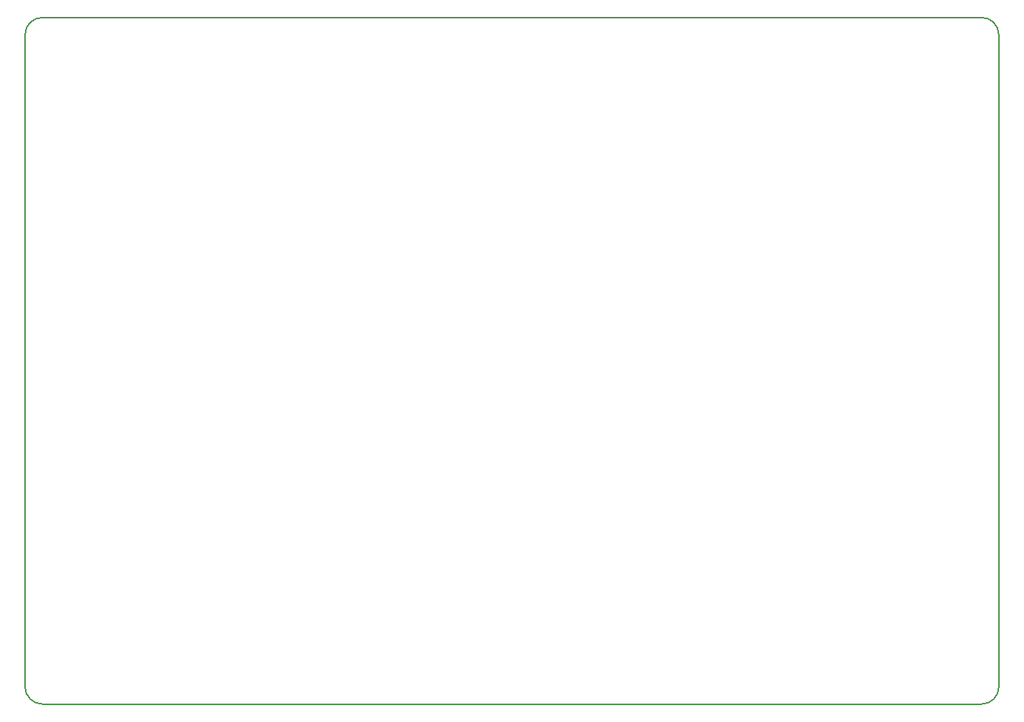
<source format=gbr>
G04 (created by PCBNEW (2013-07-07 BZR 4022)-stable) date 2013/12/2 11:28:43*
%MOIN*%
G04 Gerber Fmt 3.4, Leading zero omitted, Abs format*
%FSLAX34Y34*%
G01*
G70*
G90*
G04 APERTURE LIST*
%ADD10C,0.00590551*%
G04 APERTURE END LIST*
G54D10*
X38582Y-7874D02*
X35433Y-7874D01*
X38582Y-38976D02*
X35433Y-38976D01*
X78740Y-38188D02*
X78740Y-8661D01*
X38582Y-38976D02*
X77952Y-38976D01*
X34645Y-8661D02*
X34645Y-38188D01*
X77952Y-7874D02*
X38582Y-7874D01*
X34645Y-38188D02*
G75*
G03X35433Y-38976I787J0D01*
G74*
G01*
X35433Y-7874D02*
G75*
G03X34645Y-8661I0J-787D01*
G74*
G01*
X78740Y-8661D02*
G75*
G03X77952Y-7874I-787J0D01*
G74*
G01*
X77952Y-38976D02*
G75*
G03X78740Y-38188I0J787D01*
G74*
G01*
M02*

</source>
